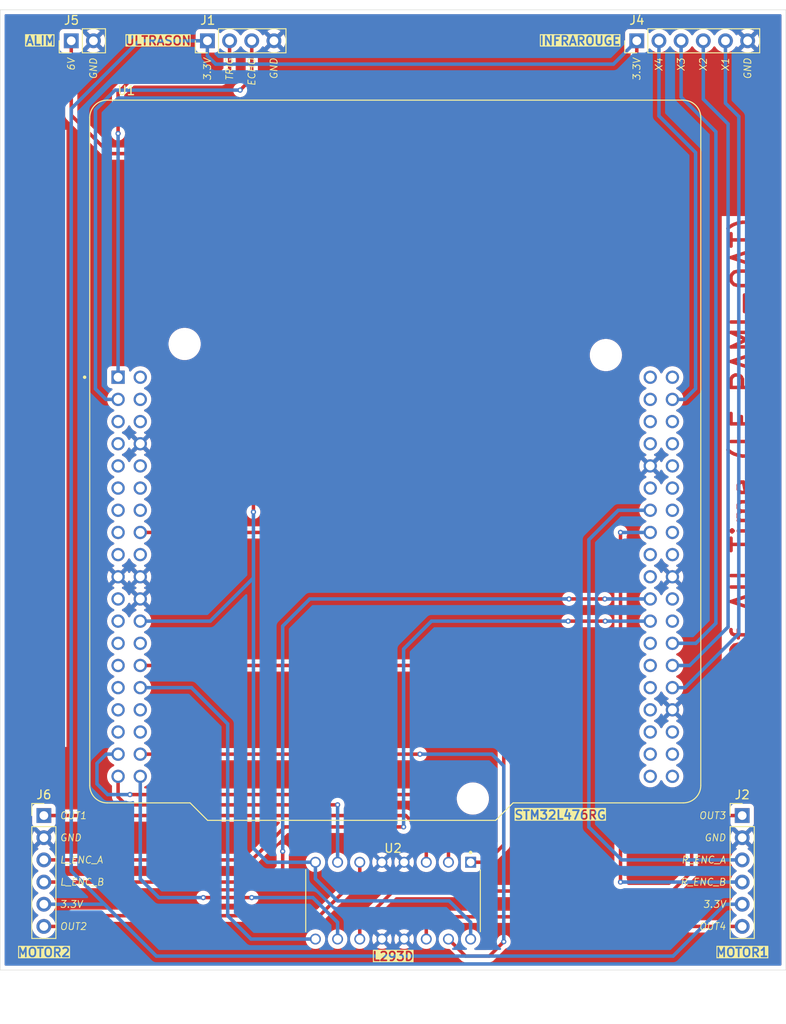
<source format=kicad_pcb>
(kicad_pcb (version 20241229) (generator "pcbnew") (generator_version "9.0")
  (layers (0 "F.Cu" signal) (2 "B.Cu" signal) (13 "F.Paste" user) (15 "B.Paste" user) (5 "F.SilkS" user "F.Silkscreen") (7 "B.SilkS" user "B.Silkscreen") (1 "F.Mask" user) (3 "B.Mask" user) (25 "Edge.Cuts" user))
  (net 0 "")
  (net 1 "/Echo")
  (net 2 "/Trig")
  (net 3 "GND")
  (net 4 "+3V3")
  (net 5 "/right_enc_B")
  (net 6 "/Out4")
  (net 7 "/Out3")
  (net 8 "/right_enc_A")
  (net 9 "/X3")
  (net 10 "/X1")
  (net 11 "/X2")
  (net 12 "/X4")
  (net 13 "+6V")
  (net 14 "/left_enc_A")
  (net 15 "/left_enc_B")
  (net 16 "/Out2")
  (net 17 "/Out1")
  (net 38 "/IN2")
  (net 40 "/IN1")
  (net 55 "/IN4")
  (net 59 "/EN2")
  (net 67 "/EN1")
  (net 70 "/IN3")
  (footprint "Connector_PinHeader_2.54mm:PinHeader_1x06_P2.54mm_Vertical" (layer "F.Cu") (at 131.538735 39.1 90)
    (property "Reference" "J4" (at 2.35 0.01 180) (layer "F.SilkS"))
    (property "Value" "Conn_01x06")
    (fp_line (start -1.38 -1.38) (end 0 -1.38) (stroke (width 0.12)) (layer "F.SilkS"))
    (fp_line (start -1.38 0) (end -1.38 -1.38) (stroke (width 0.12)) (layer "F.SilkS"))
    (fp_line (start 1.38 1.27) (end 1.38 14.08) (stroke (width 0.12)) (layer "F.SilkS"))
    (fp_line (start -1.38 1.27) (end 1.38 1.27) (stroke (width 0.12)) (layer "F.SilkS"))
    (fp_line (start -1.38 1.27) (end -1.38 14.08) (stroke (width 0.12)) (layer "F.SilkS"))
    (fp_line (start -1.38 14.08) (end 1.38 14.08) (stroke (width 0.12)) (layer "F.SilkS"))
    (pad "1" thru_hole rect (at 0 0 90) (size 1.7 1.7) (drill 1) (layers "*.Cu" "*.Mask") (net 4 "+3V3"))
    (pad "2" thru_hole circle (at 0 2.54 90) (size 1.7 1.7) (drill 1) (layers "*.Cu" "*.Mask") (net 12 "/X4"))
    (pad "3" thru_hole circle (at 0 5.08 90) (size 1.7 1.7) (drill 1) (layers "*.Cu" "*.Mask") (net 9 "/X3"))
    (pad "4" thru_hole circle (at 0 7.62 90) (size 1.7 1.7) (drill 1) (layers "*.Cu" "*.Mask") (net 11 "/X2"))
    (pad "5" thru_hole circle (at 0 10.16 90) (size 1.7 1.7) (drill 1) (layers "*.Cu" "*.Mask") (net 10 "/X1"))
    (pad "6" thru_hole circle (at 0 12.7 90) (size 1.7 1.7) (drill 1) (layers "*.Cu" "*.Mask") (net 3 "GND"))
  )
  (footprint "Connector_PinHeader_2.54mm:PinHeader_1x06_P2.54mm_Vertical" (layer "F.Cu") (at 143.61515 127.85)
    (property "Reference" "J2" (at 0 -2.38 0) (layer "F.SilkS"))
    (property "Value" "Conn_01x06")
    (fp_line (start -1.38 -1.38) (end 0 -1.38) (stroke (width 0.12)) (layer "F.SilkS"))
    (fp_line (start -1.38 0) (end -1.38 -1.38) (stroke (width 0.12)) (layer "F.SilkS"))
    (fp_line (start -1.38 1.27) (end -1.38 14.08) (stroke (width 0.12)) (layer "F.SilkS"))
    (fp_line (start -1.38 1.27) (end 1.38 1.27) (stroke (width 0.12)) (layer "F.SilkS"))
    (fp_line (start -1.38 14.08) (end 1.38 14.08) (stroke (width 0.12)) (layer "F.SilkS"))
    (fp_line (start 1.38 1.27) (end 1.38 14.08) (stroke (width 0.12)) (layer "F.SilkS"))
    (pad "1" thru_hole rect (at 0 0) (size 1.7 1.7) (drill 1) (layers "*.Cu" "*.Mask") (net 7 "/Out3"))
    (pad "2" thru_hole circle (at 0 2.54) (size 1.7 1.7) (drill 1) (layers "*.Cu" "*.Mask") (net 3 "GND"))
    (pad "3" thru_hole circle (at 0 5.08) (size 1.7 1.7) (drill 1) (layers "*.Cu" "*.Mask") (net 8 "/right_enc_A"))
    (pad "4" thru_hole circle (at 0 7.62) (size 1.7 1.7) (drill 1) (layers "*.Cu" "*.Mask") (net 5 "/right_enc_B"))
    (pad "5" thru_hole circle (at 0 10.16) (size 1.7 1.7) (drill 1) (layers "*.Cu" "*.Mask") (net 4 "+3V3"))
    (pad "6" thru_hole circle (at 0 12.7) (size 1.7 1.7) (drill 1) (layers "*.Cu" "*.Mask") (net 6 "/Out4"))
  )
  (footprint "Connector_PinHeader_2.54mm:PinHeader_1x02_P2.54mm_Vertical" (layer "F.Cu") (at 66.753391 39.1 90)
    (property "Reference" "J5" (at 2.35 0.025 0) (layer "F.SilkS"))
    (property "Value" "Conn_01x02")
    (fp_line (start -1.38 -1.38) (end 0 -1.38) (stroke (width 0.12)) (layer "F.SilkS"))
    (fp_line (start -1.38 0) (end -1.38 -1.38) (stroke (width 0.12)) (layer "F.SilkS"))
    (fp_line (start 1.38 1.27) (end 1.38 3.92) (stroke (width 0.12)) (layer "F.SilkS"))
    (fp_line (start -1.38 1.27) (end 1.38 1.27) (stroke (width 0.12)) (layer "F.SilkS"))
    (fp_line (start -1.38 1.27) (end -1.38 3.92) (stroke (width 0.12)) (layer "F.SilkS"))
    (fp_line (start -1.38 3.92) (end 1.38 3.92) (stroke (width 0.12)) (layer "F.SilkS"))
    (pad "1" thru_hole rect (at 0 0 90) (size 1.7 1.7) (drill 1) (layers "*.Cu" "*.Mask") (net 13 "+6V"))
    (pad "2" thru_hole circle (at 0 2.54 90) (size 1.7 1.7) (drill 1) (layers "*.Cu" "*.Mask") (net 3 "GND"))
  )
  (footprint "L293D:DIP880W50P254L2000H510Q16" (layer "F.Cu") (at 103.61515 137.6 -90)
    (property "Reference" "U2" (at -6 0 180) (layer "F.SilkS"))
    (property "Value" "L293D")
    (fp_line (start -3.55 10) (end 3.55 10) (stroke (width 0.127)) (layer "F.SilkS"))
    (fp_line (start -3.55 -10) (end 3.55 -10) (stroke (width 0.127)) (layer "F.SilkS"))
    (fp_circle (center -5.525 -8.89) (end -5.425 -8.89) (stroke (width 0.2)) (fill no) (layer "F.SilkS"))
    (pad "1" thru_hole rect (at -4.4 -8.89 270) (size 1.25 1.25) (drill 0.9) (layers "*.Cu" "*.Mask") (net 67 "/EN1"))
    (pad "2" thru_hole circle (at -4.4 -6.35 270) (size 1.25 1.25) (drill 0.9) (layers "*.Cu" "*.Mask") (net 40 "/IN1"))
    (pad "3" thru_hole circle (at -4.4 -3.81 270) (size 1.25 1.25) (drill 0.9) (layers "*.Cu" "*.Mask") (net 17 "/Out1"))
    (pad "4" thru_hole circle (at -4.4 -1.27 270) (size 1.25 1.25) (drill 0.9) (layers "*.Cu" "*.Mask") (net 3 "GND"))
    (pad "5" thru_hole circle (at -4.4 1.27 270) (size 1.25 1.25) (drill 0.9) (layers "*.Cu" "*.Mask") (net 3 "GND"))
    (pad "6" thru_hole circle (at -4.4 3.81 270) (size 1.25 1.25) (drill 0.9) (layers "*.Cu" "*.Mask") (net 16 "/Out2"))
    (pad "7" thru_hole circle (at -4.4 6.35 270) (size 1.25 1.25) (drill 0.9) (layers "*.Cu" "*.Mask") (net 38 "/IN2"))
    (pad "8" thru_hole circle (at -4.4 8.89 270) (size 1.25 1.25) (drill 0.9) (layers "*.Cu" "*.Mask") (net 13 "+6V"))
    (pad "9" thru_hole circle (at 4.4 8.89 270) (size 1.25 1.25) (drill 0.9) (layers "*.Cu" "*.Mask") (net 59 "/EN2"))
    (pad "10" thru_hole circle (at 4.4 6.35 270) (size 1.25 1.25) (drill 0.9) (layers "*.Cu" "*.Mask") (net 70 "/IN3"))
    (pad "11" thru_hole circle (at 4.4 3.81 270) (size 1.25 1.25) (drill 0.9) (layers "*.Cu" "*.Mask") (net 7 "/Out3"))
    (pad "12" thru_hole circle (at 4.4 1.27 270) (size 1.25 1.25) (drill 0.9) (layers "*.Cu" "*.Mask") (net 3 "GND"))
    (pad "13" thru_hole circle (at 4.4 -1.27 270) (size 1.25 1.25) (drill 0.9) (layers "*.Cu" "*.Mask") (net 3 "GND"))
    (pad "14" thru_hole circle (at 4.4 -3.81 270) (size 1.25 1.25) (drill 0.9) (layers "*.Cu" "*.Mask") (net 6 "/Out4"))
    (pad "15" thru_hole circle (at 4.4 -6.35 270) (size 1.25 1.25) (drill 0.9) (layers "*.Cu" "*.Mask") (net 55 "/IN4"))
    (pad "16" thru_hole circle (at 4.4 -8.89 270) (size 1.25 1.25) (drill 0.9) (layers "*.Cu" "*.Mask") (net 13 "+6V"))
  )
  (footprint "Connector_PinHeader_2.54mm:PinHeader_1x06_P2.54mm_Vertical" (layer "F.Cu") (at 63.61515 127.85)
    (property "Reference" "J6" (at 0 -2.38 0) (layer "F.SilkS"))
    (property "Value" "Conn_01x06")
    (fp_line (start -1.38 -1.38) (end 0 -1.38) (stroke (width 0.12)) (layer "F.SilkS"))
    (fp_line (start -1.38 0) (end -1.38 -1.38) (stroke (width 0.12)) (layer "F.SilkS"))
    (fp_line (start -1.38 1.27) (end -1.38 14.08) (stroke (width 0.12)) (layer "F.SilkS"))
    (fp_line (start -1.38 1.27) (end 1.38 1.27) (stroke (width 0.12)) (layer "F.SilkS"))
    (fp_line (start -1.38 14.08) (end 1.38 14.08) (stroke (width 0.12)) (layer "F.SilkS"))
    (fp_line (start 1.38 1.27) (end 1.38 14.08) (stroke (width 0.12)) (layer "F.SilkS"))
    (pad "1" thru_hole rect (at 0 0) (size 1.7 1.7) (drill 1) (layers "*.Cu" "*.Mask") (net 17 "/Out1"))
    (pad "2" thru_hole circle (at 0 2.54) (size 1.7 1.7) (drill 1) (layers "*.Cu" "*.Mask") (net 3 "GND"))
    (pad "3" thru_hole circle (at 0 5.08) (size 1.7 1.7) (drill 1) (layers "*.Cu" "*.Mask") (net 14 "/left_enc_A"))
    (pad "4" thru_hole circle (at 0 7.62) (size 1.7 1.7) (drill 1) (layers "*.Cu" "*.Mask") (net 15 "/left_enc_B"))
    (pad "5" thru_hole circle (at 0 10.16) (size 1.7 1.7) (drill 1) (layers "*.Cu" "*.Mask") (net 4 "+3V3"))
    (pad "6" thru_hole circle (at 0 12.7) (size 1.7 1.7) (drill 1) (layers "*.Cu" "*.Mask") (net 16 "/Out2"))
  )
  (footprint "Connector_PinHeader_2.54mm:PinHeader_1x04_P2.54mm_Vertical" (layer "F.Cu") (at 82.35 39.1 90)
    (property "Reference" "J1" (at 2.35 0.04 180) (layer "F.SilkS"))
    (property "Value" "Conn_01x04")
    (fp_line (start -1.38 -1.38) (end 0 -1.38) (stroke (width 0.12)) (layer "F.SilkS"))
    (fp_line (start -1.38 0) (end -1.38 -1.38) (stroke (width 0.12)) (layer "F.SilkS"))
    (fp_line (start 1.38 1.27) (end 1.38 9) (stroke (width 0.12)) (layer "F.SilkS"))
    (fp_line (start -1.38 1.27) (end 1.38 1.27) (stroke (width 0.12)) (layer "F.SilkS"))
    (fp_line (start -1.38 1.27) (end -1.38 9) (stroke (width 0.12)) (layer "F.SilkS"))
    (fp_line (start -1.38 9) (end 1.38 9) (stroke (width 0.12)) (layer "F.SilkS"))
    (pad "1" thru_hole rect (at 0 0 90) (size 1.7 1.7) (drill 1) (layers "*.Cu" "*.Mask") (net 4 "+3V3"))
    (pad "2" thru_hole circle (at 0 2.54 90) (size 1.7 1.7) (drill 1) (layers "*.Cu" "*.Mask") (net 2 "/Trig"))
    (pad "3" thru_hole circle (at 0 5.08 90) (size 1.7 1.7) (drill 1) (layers "*.Cu" "*.Mask") (net 1 "/Echo"))
    (pad "4" thru_hole circle (at 0 7.62 90) (size 1.7 1.7) (drill 1) (layers "*.Cu" "*.Mask") (net 3 "GND"))
  )
  (footprint "NUCLEO-L476RG:MODULE_NUCLEO-L476RG" (layer "F.Cu") (at 103.87 87.15)
    (property "Reference" "U1" (at -30.7996 -42.339 0) (layer "F.SilkS"))
    (property "Value" "NUCLEO-L476RG")
    (fp_line (start -35 -39.25) (end -35 37.25) (stroke (width 0.127)) (layer "F.SilkS"))
    (fp_line (start -33 -41.25) (end 33 -41.25) (stroke (width 0.127)) (layer "F.SilkS"))
    (fp_line (start -33 39.25) (end -23.5 39.25) (stroke (width 0.127)) (layer "F.SilkS"))
    (fp_line (start -23.5 39.25) (end -21.5 41.25) (stroke (width 0.127)) (layer "F.SilkS"))
    (fp_line (start -21.5 41.25) (end 11.5 41.25) (stroke (width 0.127)) (layer "F.SilkS"))
    (fp_line (start 11.5 41.25) (end 13.5 39.25) (stroke (width 0.127)) (layer "F.SilkS"))
    (fp_line (start 13.5 39.25) (end 33 39.25) (stroke (width 0.127)) (layer "F.SilkS"))
    (fp_line (start 35 37.25) (end 35 -39.25) (stroke (width 0.127)) (layer "F.SilkS"))
    (fp_arc (start -35 -39.25) (mid -34.414214 -40.664214) (end -33 -41.25) (stroke (width 0.127)) (layer "F.SilkS"))
    (fp_arc (start -33 39.25) (mid -34.414214 38.664214) (end -35 37.25) (stroke (width 0.127)) (layer "F.SilkS"))
    (fp_arc (start 33 -41.25) (mid 34.414214 -40.664214) (end 35 -39.25) (stroke (width 0.127)) (layer "F.SilkS"))
    (fp_arc (start 35 37.25) (mid 34.414214 38.664214) (end 33 39.25) (stroke (width 0.127)) (layer "F.SilkS"))
    (fp_circle (center -35.5847 -9.51) (end -35.4847 -9.51) (stroke (width 0.2)) (fill no) (layer "F.SilkS"))
    (pad "" np_thru_hole circle (at -24.13 -13.32) (size 3.2 3.2) (drill 3.2) (layers "*.Cu" "*.Mask"))
    (pad "" np_thru_hole circle (at 8.89 38.75) (size 3.2 3.2) (drill 3.2) (layers "*.Cu" "*.Mask"))
    (pad "" np_thru_hole circle (at 24.13 -12.05) (size 3.2 3.2) (drill 3.2) (layers "*.Cu" "*.Mask"))
    (pad "CN7_1" thru_hole rect (at -31.75 -9.51) (size 1.524 1.524) (drill 1.016) (layers "*.Cu" "*.Mask") (net 2 "/Trig"))
    (pad "CN7_2" thru_hole circle (at -29.21 -9.51) (size 1.524 1.524) (drill 1.016) (layers "*.Cu" "*.Mask"))
    (pad "CN7_3" thru_hole circle (at -31.75 -6.97) (size 1.524 1.524) (drill 1.016) (layers "*.Cu" "*.Mask") (net 1 "/Echo"))
    (pad "CN7_4" thru_hole circle (at -29.21 -6.97) (size 1.524 1.524) (drill 1.016) (layers "*.Cu" "*.Mask"))
    (pad "CN7_5" thru_hole circle (at -31.75 -4.43) (size 1.524 1.524) (drill 1.016) (layers "*.Cu" "*.Mask"))
    (pad "CN7_6" thru_hole circle (at -29.21 -4.43) (size 1.524 1.524) (drill 1.016) (layers "*.Cu" "*.Mask"))
    (pad "CN7_7" thru_hole circle (at -31.75 -1.89) (size 1.524 1.524) (drill 1.016) (layers "*.Cu" "*.Mask"))
    (pad "CN7_8" thru_hole circle (at -29.21 -1.89) (size 1.524 1.524) (drill 1.016) (layers "*.Cu" "*.Mask") (net 3 "GND"))
    (pad "CN7_9" thru_hole circle (at -31.75 0.65) (size 1.524 1.524) (drill 1.016) (layers "*.Cu" "*.Mask"))
    (pad "CN7_10" thru_hole circle (at -29.21 0.65) (size 1.524 1.524) (drill 1.016) (layers "*.Cu" "*.Mask"))
    (pad "CN7_11" thru_hole circle (at -31.75 3.19) (size 1.524 1.524) (drill 1.016) (layers "*.Cu" "*.Mask"))
    (pad "CN7_12" thru_hole circle (at -29.21 3.19) (size 1.524 1.524) (drill 1.016) (layers "*.Cu" "*.Mask"))
    (pad "CN7_13" thru_hole circle (at -31.75 5.73) (size 1.524 1.524) (drill 1.016) (layers "*.Cu" "*.Mask"))
    (pad "CN7_14" thru_hole circle (at -29.21 5.73) (size 1.524 1.524) (drill 1.016) (layers "*.Cu" "*.Mask"))
    (pad "CN7_15" thru_hole circle (at -31.75 8.27) (size 1.524 1.524) (drill 1.016) (layers "*.Cu" "*.Mask"))
    (pad "CN7_16" thru_hole circle (at -29.21 8.27) (size 1.524 1.524) (drill 1.016) (layers "*.Cu" "*.Mask") (net 4 "+3V3"))
    (pad "CN7_17" thru_hole circle (at -31.75 10.81) (size 1.524 1.524) (drill 1.016) (layers "*.Cu" "*.Mask"))
    (pad "CN7_18" thru_hole circle (at -29.21 10.81) (size 1.524 1.524) (drill 1.016) (layers "*.Cu" "*.Mask"))
    (pad "CN7_19" thru_hole circle (at -31.75 13.35) (size 1.524 1.524) (drill 1.016) (layers "*.Cu" "*.Mask") (net 3 "GND"))
    (pad "CN7_20" thru_hole circle (at -29.21 13.35) (size 1.524 1.524) (drill 1.016) (layers "*.Cu" "*.Mask") (net 3 "GND"))
    (pad "CN7_21" thru_hole circle (at -31.75 15.89) (size 1.524 1.524) (drill 1.016) (layers "*.Cu" "*.Mask"))
    (pad "CN7_22" thru_hole circle (at -29.21 15.89) (size 1.524 1.524) (drill 1.016) (layers "*.Cu" "*.Mask") (net 3 "GND"))
    (pad "CN7_23" thru_hole circle (at -31.75 18.43) (size 1.524 1.524) (drill 1.016) (layers "*.Cu" "*.Mask"))
    (pad "CN7_24" thru_hole circle (at -29.21 18.43) (size 1.524 1.524) (drill 1.016) (layers "*.Cu" "*.Mask") (net 13 "+6V"))
    (pad "CN7_25" thru_hole circle (at -31.75 20.97) (size 1.524 1.524) (drill 1.016) (layers "*.Cu" "*.Mask"))
    (pad "CN7_26" thru_hole circle (at -29.21 20.97) (size 1.524 1.524) (drill 1.016) (layers "*.Cu" "*.Mask"))
    (pad "CN7_27" thru_hole circle (at -31.75 23.51) (size 1.524 1.524) (drill 1.016) (layers "*.Cu" "*.Mask"))
    (pad "CN7_28" thru_hole circle (at -29.21 23.51) (size 1.524 1.524) (drill 1.016) (layers "*.Cu" "*.Mask") (net 67 "/EN1"))
    (pad "CN7_29" thru_hole circle (at -31.75 26.05) (size 1.524 1.524) (drill 1.016) (layers "*.Cu" "*.Mask"))
    (pad "CN7_30" thru_hole circle (at -29.21 26.05) (size 1.524 1.524) (drill 1.016) (layers "*.Cu" "*.Mask") (net 59 "/EN2"))
    (pad "CN7_31" thru_hole circle (at -31.75 28.59) (size 1.524 1.524) (drill 1.016) (layers "*.Cu" "*.Mask"))
    (pad "CN7_32" thru_hole circle (at -29.21 28.59) (size 1.524 1.524) (drill 1.016) (layers "*.Cu" "*.Mask"))
    (pad "CN7_33" thru_hole circle (at -31.75 31.13) (size 1.524 1.524) (drill 1.016) (layers "*.Cu" "*.Mask"))
    (pad "CN7_34" thru_hole circle (at -29.21 31.13) (size 1.524 1.524) (drill 1.016) (layers "*.Cu" "*.Mask"))
    (pad "CN7_35" thru_hole circle (at -31.75 33.67) (size 1.524 1.524) (drill 1.016) (layers "*.Cu" "*.Mask") (net 40 "/IN1"))
    (pad "CN7_36" thru_hole circle (at -29.21 33.67) (size 1.524 1.524) (drill 1.016) (layers "*.Cu" "*.Mask") (net 55 "/IN4"))
    (pad "CN7_37" thru_hole circle (at -31.75 36.21) (size 1.524 1.524) (drill 1.016) (layers "*.Cu" "*.Mask") (net 38 "/IN2"))
    (pad "CN7_38" thru_hole circle (at -29.21 36.21) (size 1.524 1.524) (drill 1.016) (layers "*.Cu" "*.Mask") (net 70 "/IN3"))
    (pad "CN10_1" thru_hole circle (at 29.21 -9.51) (size 1.524 1.524) (drill 1.016) (layers "*.Cu" "*.Mask"))
    (pad "CN10_2" thru_hole circle (at 31.75 -9.51) (size 1.524 1.524) (drill 1.016) (layers "*.Cu" "*.Mask"))
    (pad "CN10_3" thru_hole circle (at 29.21 -6.97) (size 1.524 1.524) (drill 1.016) (layers "*.Cu" "*.Mask"))
    (pad "CN10_4" thru_hole circle (at 31.75 -6.97) (size 1.524 1.524) (drill 1.016) (layers "*.Cu" "*.Mask") (net 12 "/X4"))
    (pad "CN10_5" thru_hole circle (at 29.21 -4.43) (size 1.524 1.524) (drill 1.016) (layers "*.Cu" "*.Mask"))
    (pad "CN10_6" thru_hole circle (at 31.75 -4.43) (size 1.524 1.524) (drill 1.016) (layers "*.Cu" "*.Mask"))
    (pad "CN10_7" thru_hole circle (at 29.21 -1.89) (size 1.524 1.524) (drill 1.016) (layers "*.Cu" "*.Mask"))
    (pad "CN10_8" thru_hole circle (at 31.75 -1.89) (size 1.524 1.524) (drill 1.016) (layers "*.Cu" "*.Mask"))
    (pad "CN10_9" thru_hole circle (at 29.21 0.65) (size 1.524 1.524) (drill 1.016) (layers "*.Cu" "*.Mask") (net 3 "GND"))
    (pad "CN10_10" thru_hole circle (at 31.75 0.65) (size 1.524 1.524) (drill 1.016) (layers "*.Cu" "*.Mask"))
    (pad "CN10_11" thru_hole circle (at 29.21 3.19) (size 1.524 1.524) (drill 1.016) (layers "*.Cu" "*.Mask"))
    (pad "CN10_12" thru_hole circle (at 31.75 3.19) (size 1.524 1.524) (drill 1.016) (layers "*.Cu" "*.Mask"))
    (pad "CN10_13" thru_hole circle (at 29.21 5.73) (size 1.524 1.524) (drill 1.016) (layers "*.Cu" "*.Mask") (net 8 "/right_enc_A"))
    (pad "CN10_14" thru_hole circle (at 31.75 5.73) (size 1.524 1.524) (drill 1.016) (layers "*.Cu" "*.Mask"))
    (pad "CN10_15" thru_hole circle (at 29.21 8.27) (size 1.524 1.524) (drill 1.016) (layers "*.Cu" "*.Mask") (net 5 "/right_enc_B"))
    (pad "CN10_16" thru_hole circle (at 31.75 8.27) (size 1.524 1.524) (drill 1.016) (layers "*.Cu" "*.Mask"))
    (pad "CN10_17" thru_hole circle (at 29.21 10.81) (size 1.524 1.524) (drill 1.016) (layers "*.Cu" "*.Mask"))
    (pad "CN10_18" thru_hole circle (at 31.75 10.81) (size 1.524 1.524) (drill 1.016) (layers "*.Cu" "*.Mask"))
    (pad "CN10_19" thru_hole circle (at 29.21 13.35) (size 1.524 1.524) (drill 1.016) (layers "*.Cu" "*.Mask"))
    (pad "CN10_20" thru_hole circle (at 31.75 13.35) (size 1.524 1.524) (drill 1.016) (layers "*.Cu" "*.Mask") (net 3 "GND"))
    (pad "CN10_21" thru_hole circle (at 29.21 15.89) (size 1.524 1.524) (drill 1.016) (layers "*.Cu" "*.Mask") (net 15 "/left_enc_B"))
    (pad "CN10_22" thru_hole circle (at 31.75 15.89) (size 1.524 1.524) (drill 1.016) (layers "*.Cu" "*.Mask"))
    (pad "CN10_23" thru_hole circle (at 29.21 18.43) (size 1.524 1.524) (drill 1.016) (layers "*.Cu" "*.Mask") (net 14 "/left_enc_A"))
    (pad "CN10_24" thru_hole circle (at 31.75 18.43) (size 1.524 1.524) (drill 1.016) (layers "*.Cu" "*.Mask"))
    (pad "CN10_25" thru_hole circle (at 29.21 20.97) (size 1.524 1.524) (drill 1.016) (layers "*.Cu" "*.Mask"))
    (pad "CN10_26" thru_hole circle (at 31.75 20.97) (size 1.524 1.524) (drill 1.016) (layers "*.Cu" "*.Mask") (net 9 "/X3"))
    (pad "CN10_27" thru_hole circle (at 29.21 23.51) (size 1.524 1.524) (drill 1.016) (layers "*.Cu" "*.Mask"))
    (pad "CN10_28" thru_hole circle (at 31.75 23.51) (size 1.524 1.524) (drill 1.016) (layers "*.Cu" "*.Mask") (net 11 "/X2"))
    (pad "CN10_29" thru_hole circle (at 29.21 26.05) (size 1.524 1.524) (drill 1.016) (layers "*.Cu" "*.Mask"))
    (pad "CN10_30" thru_hole circle (at 31.75 26.05) (size 1.524 1.524) (drill 1.016) (layers "*.Cu" "*.Mask") (net 10 "/X1"))
    (pad "CN10_31" thru_hole circle (at 29.21 28.59) (size 1.524 1.524) (drill 1.016) (layers "*.Cu" "*.Mask"))
    (pad "CN10_32" thru_hole circle (at 31.75 28.59) (size 1.524 1.524) (drill 1.016) (layers "*.Cu" "*.Mask") (net 3 "GND"))
    (pad "CN10_33" thru_hole circle (at 29.21 31.13) (size 1.524 1.524) (drill 1.016) (layers "*.Cu" "*.Mask"))
    (pad "CN10_34" thru_hole circle (at 31.75 31.13) (size 1.524 1.524) (drill 1.016) (layers "*.Cu" "*.Mask"))
    (pad "CN10_35" thru_hole circle (at 29.21 33.67) (size 1.524 1.524) (drill 1.016) (layers "*.Cu" "*.Mask"))
    (pad "CN10_36" thru_hole circle (at 31.75 33.67) (size 1.524 1.524) (drill 1.016) (layers "*.Cu" "*.Mask"))
    (pad "CN10_37" thru_hole circle (at 29.21 36.21) (size 1.524 1.524) (drill 1.016) (layers "*.Cu" "*.Mask"))
    (pad "CN10_38" thru_hole circle (at 31.75 36.21) (size 1.524 1.524) (drill 1.016) (layers "*.Cu" "*.Mask"))
  )
  (gr_rect (start 58.61515 35.55) (end 148.61515 145.55) (stroke (width 0.05)) (fill no) (layer "Edge.Cuts"))
  (gr_text "Of All Time (LE PAMI-OAT)" (at 143.697725 84.824999 90) (layer "F.Cu") (effects (font (size 2.5 2.5) (thickness 0.4))))
  (gr_text "Petit Automate Motorisé Indépendant" (at 63.532575 84.825 90) (layer "F.Cu") (effects (font (size 2.5 2.5) (thickness 0.4))))
  (gr_text "INFRAROUGE" (at 129.778735 39.1 0) (layer "F.SilkS" knockout) (effects (font (size 1 1) (thickness 0.2) (bold yes)) (justify right)))
  (gr_text "STM32L476RG" (at 122.775 127.2 0) (layer "F.SilkS" knockout) (effects (font (size 1 1) (thickness 0.2) (bold yes)) (justify top)))
  (gr_text "X2" (at 139.158735 41 90) (layer "F.SilkS") (effects (font (size 0.8 0.8) (thickness 0.1) (italic yes)) (justify right)))
  (gr_text "OUT3" (at 141.8 127.85 0) (layer "F.SilkS") (effects (font (size 0.8 0.8) (thickness 0.1) (italic yes)) (justify right)))
  (gr_text "3.3V" (at 131.538735 41 90) (layer "F.SilkS") (effects (font (size 0.8 0.8) (thickness 0.1) (italic yes)) (justify right)))
  (gr_text "3.3V" (at 65.4 138.01 0) (layer "F.SilkS") (effects (font (size 0.8 0.8) (thickness 0.1) (italic yes)) (justify left)))
  (gr_text "GND" (at 69.293391 41 90) (layer "F.SilkS") (effects (font (size 0.8 0.8) (thickness 0.1) (italic yes)) (justify right)))
  (gr_text "R_ENC_A" (at 141.8 132.93 0) (layer "F.SilkS") (effects (font (size 0.8 0.8) (thickness 0.1) (italic yes)) (justify right)))
  (gr_text "MOTOR1" (at 143.61515 142.95 0) (layer "F.SilkS" knockout) (effects (font (size 1 1) (thickness 0.2) (bold yes)) (justify top)))
  (gr_text "3.3V" (at 141.8 138.01 0) (layer "F.SilkS") (effects (font (size 0.8 0.8) (thickness 0.1) (italic yes)) (justify right)))
  (gr_text "R_ENC_B" (at 141.8 135.47 0) (layer "F.SilkS") (effects (font (size 0.8 0.8) (thickness 0.1) (italic yes)) (justify right)))
  (gr_text "L_ENC_A" (at 65.4 132.93 0) (layer "F.SilkS") (effects (font (size 0.8 0.8) (thickness 0.1) (italic yes)) (justify left)))
  (gr_text "ULTRASON" (at 80.59 39.1 0) (layer "F.SilkS" knockout) (effects (font (size 1 1) (thickness 0.2) (bold yes)) (justify right)))
  (gr_text "X3" (at 136.618735 41 90) (layer "F.SilkS") (effects (font (size 0.8 0.8) (thickness 0.1) (italic yes)) (justify right)))
  (gr_text "GND" (at 144.238735 41 90) (layer "F.SilkS") (effects (font (size 0.8 0.8) (thickness 0.1) (italic yes)) (justify right)))
  (gr_text "ECHO" (at 87.43 41 90) (layer "F.SilkS") (effects (font (size 0.8 0.8) (thickness 0.1) (italic yes)) (justify right)))
  (gr_text "MOTOR2" (at 63.61515 142.95 0) (layer "F.SilkS" knockout) (effects (font (size 1 1) (thickness 0.2) (bold yes)) (justify top)))
  (gr_text "GND" (at 141.8 130.39 0) (layer "F.SilkS") (effects (font (size 0.8 0.8) (thickness 0.1) (italic yes)) (justify right)))
  (gr_text "TRIG" (at 84.89 41 90) (layer "F.SilkS") (effects (font (size 0.8 0.8) (thickness 0.1) (italic yes)) (justify right)))
  (gr_text "X1" (at 141.698735 41 90) (layer "F.SilkS") (effects (font (size 0.8 0.8) (thickness 0.1) (italic yes)) (justify right)))
  (gr_text "X4" (at 134.078735 41 90) (layer "F.SilkS") (effects (font (size 0.8 0.8) (thickness 0.1) (italic yes)) (justify right)))
  (gr_text "6V" (at 66.753391 41 90) (layer "F.SilkS") (effects (font (size 0.8 0.8) (thickness 0.1) (italic yes)) (justify right)))
  (gr_text "L293D" (at 103.61515 143.4 0) (layer "F.SilkS" knockout) (effects (font (size 1 1) (thickness 0.2) (bold yes)) (justify top)))
  (gr_text "OUT1" (at 65.4 127.85 0) (layer "F.SilkS") (effects (font (size 0.8 0.8) (thickness 0.1) (italic yes)) (justify left)))
  (gr_text "GND" (at 89.97 41 90) (layer "F.SilkS") (effects (font (size 0.8 0.8) (thickness 0.1) (italic yes)) (justify right)))
  (gr_text "OUT4" (at 141.8 140.55 0) (layer "F.SilkS") (effects (font (size 0.8 0.8) (thickness 0.1) (italic yes)) (justify right)))
  (gr_text "ALIM" (at 64.993391 39.1 0) (layer "F.SilkS" knockout) (effects (font (size 1 1) (thickness 0.2) (bold yes)) (justify right)))
  (gr_text "L_ENC_B" (at 65.4 135.47 0) (layer "F.SilkS") (effects (font (size 0.8 0.8) (thickness 0.1) (italic yes)) (justify left)))
  (gr_text "3.3V" (at 82.35 41 90) (layer "F.SilkS") (effects (font (size 0.8 0.8) (thickness 0.1) (italic yes)) (justify right)))
  (gr_text "OUT2" (at 65.4 140.55 0) (layer "F.SilkS") (effects (font (size 0.8 0.8) (thickness 0.1) (italic yes)) (justify left)))
  (gr_text "GND" (at 65.4 130.39 0) (layer "F.SilkS") (effects (font (size 0.8 0.8) (thickness 0.1) (italic yes)) (justify left)))
  (segment (start 87.43 43.42) (end 86.1 44.75) (width 0.4) (layer "F.Cu") (net 1))
  (segment (start 87.43 39.1) (end 87.43 43.42) (width 0.4) (layer "F.Cu") (net 1))
  (via (at 86.1 44.75) (size 0.6) (drill 0.3) (layers "F.Cu" "B.Cu") (net 1))
  (segment (start 70.73 80.18) (end 72.12 80.18) (width 0.4) (layer "B.Cu") (net 1))
  (segment (start 86.1 44.75) (end 71.775 44.75) (width 0.4) (layer "B.Cu") (net 1))
  (segment (start 69.525 47) (end 69.525 78.975) (width 0.4) (layer "B.Cu") (net 1))
  (segment (start 69.525 78.975) (end 70.73 80.18) (width 0.4) (layer "B.Cu") (net 1))
  (segment (start 71.775 44.75) (end 69.525 47) (width 0.4) (layer "B.Cu") (net 1))
  (segment (start 72.12 45.03) (end 72.12 49.725) (width 0.4) (layer "F.Cu") (net 2))
  (segment (start 73.625 43.525) (end 72.12 45.03) (width 0.4) (layer "F.Cu") (net 2))
  (segment (start 83.925 43.525) (end 73.625 43.525) (width 0.4) (layer "F.Cu") (net 2))
  (segment (start 84.89 42.56) (end 83.925 43.525) (width 0.4) (layer "F.Cu") (net 2))
  (segment (start 84.89 39.1) (end 84.89 42.56) (width 0.4) (layer "F.Cu") (net 2))
  (via (at 72.12 49.725) (size 0.6) (drill 0.3) (layers "F.Cu" "B.Cu") (net 2))
  (segment (start 72.12 77.64) (end 72.12 49.725) (width 0.4) (layer "B.Cu") (net 2))
  (segment (start 74.66 95.42) (end 121.58 95.42) (width 0.4) (layer "F.Cu") (net 4))
  (segment (start 124.525 92.475) (end 124.525 47.75) (width 0.4) (layer "F.Cu") (net 4))
  (segment (start 131.538735 44.186265) (end 131.538735 39.1) (width 0.4) (layer "F.Cu") (net 4))
  (segment (start 130.025 45.7) (end 131.538735 44.186265) (width 0.4) (layer "F.Cu") (net 4))
  (segment (start 124.525 47.75) (end 126.575 45.7) (width 0.4) (layer "F.Cu") (net 4))
  (segment (start 126.575 45.7) (end 130.025 45.7) (width 0.4) (layer "F.Cu") (net 4))
  (segment (start 121.58 95.42) (end 124.525 92.475) (width 0.4) (layer "F.Cu") (net 4))
  (segment (start 70.56 138.01) (end 66.75 134.2) (width 0.4) (layer "B.Cu") (net 4))
  (segment (start 76.5 143.95) (end 135.7 143.95) (width 0.4) (layer "B.Cu") (net 4))
  (segment (start 70.56 138.01) (end 76.5 143.95) (width 0.4) (layer "B.Cu") (net 4))
  (segment (start 74.525 39.1) (end 82.35 39.1) (width 0.4) (layer "B.Cu") (net 4))
  (segment (start 128.863735 41.775) (end 131.538735 39.1) (width 0.4) (layer "B.Cu") (net 4))
  (segment (start 135.7 143.95) (end 141.64 138.01) (width 0.4) (layer "B.Cu") (net 4))
  (segment (start 82.35 39.1) (end 82.35 40.825) (width 0.4) (layer "B.Cu") (net 4))
  (segment (start 82.35 40.825) (end 83.3 41.775) (width 0.4) (layer "B.Cu") (net 4))
  (segment (start 66.75 134.2) (end 66.75 46.875) (width 0.4) (layer "B.Cu") (net 4))
  (segment (start 66.75 46.875) (end 74.525 39.1) (width 0.4) (layer "B.Cu") (net 4))
  (segment (start 63.61515 138.01) (end 70.56 138.01) (width 0.4) (layer "B.Cu") (net 4))
  (segment (start 83.3 41.775) (end 128.863735 41.775) (width 0.4) (layer "B.Cu") (net 4))
  (segment (start 141.64 138.01) (end 143.61515 138.01) (width 0.4) (layer "B.Cu") (net 4))
  (segment (start 129.675 135.47) (end 129.675 95.42) (width 0.4) (layer "F.Cu") (net 5))
  (via (at 129.675 95.42) (size 0.6) (drill 0.3) (layers "F.Cu" "B.Cu") (net 5))
  (via (at 129.675 135.47) (size 0.6) (drill 0.3) (layers "F.Cu" "B.Cu") (net 5))
  (segment (start 129.675 95.42) (end 133.08 95.42) (width 0.4) (layer "B.Cu") (net 5))
  (segment (start 129.675 135.47) (end 143.61515 135.47) (width 0.4) (layer "B.Cu") (net 5))
  (segment (start 143.61515 140.55) (end 137.675 140.55) (width 0.4) (layer "F.Cu") (net 6))
  (segment (start 136.575 139.45) (end 108.475 139.45) (width 0.4) (layer "F.Cu") (net 6))
  (segment (start 108.475 139.45) (end 107.42515 140.49985) (width 0.4) (layer "F.Cu") (net 6))
  (segment (start 107.42515 140.49985) (end 107.42515 142) (width 0.4) (layer "F.Cu") (net 6))
  (segment (start 137.675 140.55) (end 136.575 139.45) (width 0.4) (layer "F.Cu") (net 6))
  (segment (start 99.80515 140.34485) (end 99.80515 142) (width 0.4) (layer "F.Cu") (net 7))
  (segment (start 143.61515 127.85) (end 139.325 127.85) (width 0.4) (layer "F.Cu") (net 7))
  (segment (start 139.325 127.85) (end 137.825 129.35) (width 0.4) (layer "F.Cu") (net 7))
  (segment (start 137.825 129.35) (end 137.825 134.275) (width 0.4) (layer "F.Cu") (net 7))
  (segment (start 103.65 136.5) (end 99.80515 140.34485) (width 0.4) (layer "F.Cu") (net 7))
  (segment (start 137.825 134.275) (end 135.6 136.5) (width 0.4) (layer "F.Cu") (net 7))
  (segment (start 135.6 136.5) (end 103.65 136.5) (width 0.4) (layer "F.Cu") (net 7))
  (segment (start 129.805 132.93) (end 126.05 129.175) (width 0.4) (layer "B.Cu") (net 8))
  (segment (start 143.61515 132.93) (end 129.805 132.93) (width 0.4) (layer "B.Cu") (net 8))
  (segment (start 126.05 129.175) (end 126.05 96.25) (width 0.4) (layer "B.Cu") (net 8))
  (segment (start 126.05 96.25) (end 129.42 92.88) (width 0.4) (layer "B.Cu") (net 8))
  (segment (start 129.42 92.88) (end 133.08 92.88) (width 0.4) (layer "B.Cu") (net 8))
  (segment (start 136.618735 39.1) (end 136.618735 45.543735) (width 0.4) (layer "B.Cu") (net 9))
  (segment (start 140.6 105.825) (end 138.305 108.12) (width 0.4) (layer "B.Cu") (net 9))
  (segment (start 138.305 108.12) (end 135.62 108.12) (width 0.4) (layer "B.Cu") (net 9))
  (segment (start 140.6 49.525) (end 140.6 105.825) (width 0.4) (layer "B.Cu") (net 9))
  (segment (start 136.618735 45.543735) (end 140.6 49.525) (width 0.4) (layer "B.Cu") (net 9))
  (segment (start 143.225 107.025) (end 137.05 113.2) (width 0.4) (layer "B.Cu") (net 10))
  (segment (start 141.698735 46.248735) (end 143.225 47.775) (width 0.4) (layer "B.Cu") (net 10))
  (segment (start 137.05 113.2) (end 135.62 113.2) (width 0.4) (layer "B.Cu") (net 10))
  (segment (start 141.698735 39.1) (end 141.698735 46.248735) (width 0.4) (layer "B.Cu") (net 10))
  (segment (start 143.225 47.775) (end 143.225 107.025) (width 0.4) (layer "B.Cu") (net 10))
  (segment (start 139.158735 45.783735) (end 142 48.625) (width 0.4) (layer "B.Cu") (net 11))
  (segment (start 142 48.625) (end 142 106.25) (width 0.4) (layer "B.Cu") (net 11))
  (segment (start 139.158735 39.1) (end 139.158735 45.783735) (width 0.4) (layer "B.Cu") (net 11))
  (segment (start 142 106.25) (end 137.59 110.66) (width 0.4) (layer "B.Cu") (net 11))
  (segment (start 137.59 110.66) (end 135.62 110.66) (width 0.4) (layer "B.Cu") (net 11))
  (segment (start 134.078735 47.703735) (end 138.275 51.9) (width 0.4) (layer "B.Cu") (net 12))
  (segment (start 137.045 80.18) (end 135.62 80.18) (width 0.4) (layer "B.Cu") (net 12))
  (segment (start 138.275 51.9) (end 138.275 78.95) (width 0.4) (layer "B.Cu") (net 12))
  (segment (start 138.275 78.95) (end 137.045 80.18) (width 0.4) (layer "B.Cu") (net 12))
  (segment (start 134.078735 39.1) (end 134.078735 47.703735) (width 0.4) (layer "B.Cu") (net 12))
  (segment (start 87.625 93.075) (end 87.625 54.875) (width 0.4) (layer "F.Cu") (net 13))
  (segment (start 71.15 52.025) (end 66.753391 47.628391) (width 0.4) (layer "F.Cu") (net 13))
  (segment (start 87.625 54.875) (end 84.775 52.025) (width 0.4) (layer "F.Cu") (net 13))
  (segment (start 66.753391 47.628391) (end 66.753391 39.1) (width 0.4) (layer "F.Cu") (net 13))
  (segment (start 84.775 52.025) (end 71.15 52.025) (width 0.4) (layer "F.Cu") (net 13))
  (via (at 87.625 93.075) (size 0.6) (drill 0.3) (layers "F.Cu" "B.Cu") (net 13))
  (segment (start 94.72515 133.2) (end 94.72515 135.10015) (width 0.4) (layer "B.Cu") (net 13))
  (segment (start 94.72515 135.10015) (end 97.25 137.625) (width 0.4) (layer "B.Cu") (net 13))
  (segment (start 87.625 100.625) (end 87.625 93.075) (width 0.4) (layer "B.Cu") (net 13))
  (segment (start 74.66 105.58) (end 82.67 105.58) (width 0.4) (layer "B.Cu") (net 13))
  (segment (start 112.50515 140.08015) (end 112.50515 142) (width 0.4) (layer "B.Cu") (net 13))
  (segment (start 87.625 131.6) (end 89.225 133.2) (width 0.4) (layer "B.Cu") (net 13))
  (segment (start 110.05 137.625) (end 112.50515 140.08015) (width 0.4) (layer "B.Cu") (net 13))
  (segment (start 82.67 105.58) (end 87.625 100.625) (width 0.4) (layer "B.Cu") (net 13))
  (segment (start 97.25 137.625) (end 110.05 137.625) (width 0.4) (layer "B.Cu") (net 13))
  (segment (start 89.225 133.2) (end 94.72515 133.2) (width 0.4) (layer "B.Cu") (net 13))
  (segment (start 87.625 100.625) (end 87.625 131.6) (width 0.4) (layer "B.Cu") (net 13))
  (segment (start 104.825 129.15) (end 91.225 129.15) (width 0.4) (layer "F.Cu") (net 14))
  (segment (start 91.225 129.15) (end 87.445 132.93) (width 0.4) (layer "F.Cu") (net 14))
  (segment (start 87.445 132.93) (end 63.61515 132.93) (width 0.4) (layer "F.Cu") (net 14))
  (segment (start 123.675 105.58) (end 127.925 105.58) (width 0.4) (layer "F.Cu") (net 14))
  (via (at 123.675 105.58) (size 0.6) (drill 0.3) (layers "F.Cu" "B.Cu") (net 14))
  (via (at 104.825 129.15) (size 0.6) (drill 0.3) (layers "F.Cu" "B.Cu") (net 14))
  (via (at 127.925 105.58) (size 0.6) (drill 0.3) (layers "F.Cu" "B.Cu") (net 14))
  (segment (start 108.02 105.58) (end 104.825 108.775) (width 0.4) (layer "B.Cu") (net 14))
  (segment (start 104.825 108.775) (end 104.825 129.15) (width 0.4) (layer "B.Cu") (net 14))
  (segment (start 127.925 105.58) (end 133.08 105.58) (width 0.4) (layer "B.Cu") (net 14))
  (segment (start 123.675 105.58) (end 108.02 105.58) (width 0.4) (layer "B.Cu") (net 14))
  (segment (start 63.61515 135.47) (end 89.455 135.47) (width 0.4) (layer "F.Cu") (net 15))
  (segment (start 90.975 133.95) (end 90.975 131.95) (width 0.4) (layer "F.Cu") (net 15))
  (segment (start 90.225 134.7) (end 90.975 133.95) (width 0.4) (layer "F.Cu") (net 15))
  (segment (start 123.775 103.04) (end 127.875 103.04) (width 0.4) (layer "F.Cu") (net 15))
  (segment (start 89.455 135.47) (end 90.225 134.7) (width 0.4) (layer "F.Cu") (net 15))
  (via (at 123.775 103.04) (size 0.6) (drill 0.3) (layers "F.Cu" "B.Cu") (net 15))
  (via (at 90.975 131.95) (size 0.6) (drill 0.3) (layers "F.Cu" "B.Cu") (net 15))
  (via (at 127.875 103.04) (size 0.6) (drill 0.3) (layers "F.Cu" "B.Cu") (net 15))
  (segment (start 90.975 106.15) (end 90.975 131.95) (width 0.4) (layer "B.Cu") (net 15))
  (segment (start 94.085 103.04) (end 90.975 106.15) (width 0.4) (layer "B.Cu") (net 15))
  (segment (start 123.775 103.04) (end 94.085 103.04) (width 0.4) (layer "B.Cu") (net 15))
  (segment (start 127.875 103.04) (end 133.08 103.04) (width 0.4) (layer "B.Cu") (net 15))
  (segment (start 95.2 139.325) (end 99.80515 134.71985) (width 0.4) (layer "F.Cu") (net 16))
  (segment (start 99.80515 134.71985) (end 99.80515 133.2) (width 0.4) (layer "F.Cu") (net 16))
  (segment (start 63.61515 140.55) (end 65.625 140.55) (width 0.4) (layer "F.Cu") (net 16))
  (segment (start 65.625 140.55) (end 66.85 139.325) (width 0.4) (layer "F.Cu") (net 16))
  (segment (start 66.85 139.325) (end 95.2 139.325) (width 0.4) (layer "F.Cu") (net 16))
  (segment (start 63.61515 127.85) (end 105.075 127.85) (width 0.4) (layer "F.Cu") (net 17))
  (segment (start 107.42515 130.20015) (end 107.42515 133.2) (width 0.4) (layer "F.Cu") (net 17))
  (segment (start 105.075 127.85) (end 107.42515 130.20015) (width 0.4) (layer "F.Cu") (net 17))
  (segment (start 73.025 126.625) (end 72.12 125.72) (width 0.4) (layer "F.Cu") (net 38))
  (segment (start 97.26515 126.625) (end 73.025 126.625) (width 0.4) (layer "F.Cu") (net 38))
  (segment (start 72.12 125.72) (end 72.12 123.36) (width 0.4) (layer "F.Cu") (net 38))
  (via (at 97.26515 126.625) (size 0.6) (drill 0.3) (layers "F.Cu" "B.Cu") (net 38))
  (segment (start 97.26515 126.625) (end 97.26515 133.2) (width 0.4) (layer "B.Cu") (net 38))
  (segment (start 109.96515 133.2) (end 109.96515 129.29015) (width 0.4) (layer "F.Cu") (net 40))
  (segment (start 108.25 127.575) (end 106.125 125.45) (width 0.4) (layer "F.Cu") (net 40))
  (segment (start 109.96515 129.29015) (end 108.25 127.575) (width 0.4) (layer "F.Cu") (net 40))
  (segment (start 106.125 125.45) (end 73.475 125.45) (width 0.4) (layer "F.Cu") (net 40))
  (via (at 73.475 125.45) (size 0.6) (drill 0.3) (layers "F.Cu" "B.Cu") (net 40))
  (segment (start 69.7 121.875) (end 69.7 124.225) (width 0.4) (layer "B.Cu") (net 40))
  (segment (start 70.755 120.82) (end 69.7 121.875) (width 0.4) (layer "B.Cu") (net 40))
  (segment (start 70.925 125.45) (end 73.475 125.45) (width 0.4) (layer "B.Cu") (net 40))
  (segment (start 72.12 120.82) (end 70.755 120.82) (width 0.4) (layer "B.Cu") (net 40))
  (segment (start 69.7 124.225) (end 70.925 125.45) (width 0.4) (layer "B.Cu") (net 40))
  (segment (start 116.3 142.3) (end 114.65 143.95) (width 0.4) (layer "F.Cu") (net 55))
  (segment (start 114.65 143.95) (end 111.91515 143.95) (width 0.4) (layer "F.Cu") (net 55))
  (segment (start 111.91515 143.95) (end 109.96515 142) (width 0.4) (layer "F.Cu") (net 55))
  (segment (start 106.7 120.82) (end 74.66 120.82) (width 0.4) (layer "F.Cu") (net 55))
  (via (at 106.7 120.82) (size 0.6) (drill 0.3) (layers "F.Cu" "B.Cu") (net 55))
  (via (at 116.3 142.3) (size 0.6) (drill 0.3) (layers "F.Cu" "B.Cu") (net 55))
  (segment (start 114.945 120.82) (end 106.7 120.82) (width 0.4) (layer "B.Cu") (net 55))
  (segment (start 116.3 122.175) (end 114.945 120.82) (width 0.4) (layer "B.Cu") (net 55))
  (segment (start 116.3 142.3) (end 116.3 122.175) (width 0.4) (layer "B.Cu") (net 55))
  (segment (start 80.525 113.2) (end 74.66 113.2) (width 0.4) (layer "B.Cu") (net 59))
  (segment (start 84.675 117.35) (end 80.525 113.2) (width 0.4) (layer "B.Cu") (net 59))
  (segment (start 94.72515 142) (end 87.35 142) (width 0.4) (layer "B.Cu") (net 59))
  (segment (start 87.35 142) (end 84.675 139.325) (width 0.4) (layer "B.Cu") (net 59))
  (segment (start 84.675 139.325) (end 84.675 117.35) (width 0.4) (layer "B.Cu") (net 59))
  (segment (start 114.3 133.2) (end 112.50515 133.2) (width 0.4) (layer "F.Cu") (net 67))
  (segment (start 116.3 131.2) (end 114.3 133.2) (width 0.4) (layer "F.Cu") (net 67))
  (segment (start 113.435 110.66) (end 116.3 113.525) (width 0.4) (layer "F.Cu") (net 67))
  (segment (start 74.66 110.66) (end 113.435 110.66) (width 0.4) (layer "F.Cu") (net 67))
  (segment (start 116.3 113.525) (end 116.3 131.2) (width 0.4) (layer "F.Cu") (net 67))
  (segment (start 87.425 137.25) (end 81.875 137.25) (width 0.4) (layer "F.Cu") (net 70))
  (via (at 87.425 137.25) (size 0.6) (drill 0.3) (layers "F.Cu" "B.Cu") (net 70))
  (via (at 81.875 137.25) (size 0.6) (drill 0.3) (layers "F.Cu" "B.Cu") (net 70))
  (segment (start 87.425 137.25) (end 94.425 137.25) (width 0.4) (layer "B.Cu") (net 70))
  (segment (start 74.66 135.11) (end 74.66 123.36) (width 0.4) (layer "B.Cu") (net 70))
  (segment (start 81.875 137.25) (end 76.8 137.25) (width 0.4) (layer "B.Cu") (net 70))
  (segment (start 76.8 137.25) (end 74.66 135.11) (width 0.4) (layer "B.Cu") (net 70))
  (segment (start 97.26515 140.09015) (end 97.26515 142) (width 0.4) (layer "B.Cu") (net 70))
  (segment (start 94.425 137.25) (end 97.26515 140.09015) (width 0.4) (layer "B.Cu") (net 70))
  (zone (net 3) (net_name "GND") (layers "F.Cu" "B.Cu") (connect_pads (clearance 0.5)) (min_thickness 0.25) (fill yes (thermal_gap 0.5) (thermal_bridge_width 0.5))
    (polygon (pts (xy 58.625 35.55) (xy 148.6 35.55) (xy 148.6 145.55) (xy 58.625 145.55)))
  )
)
</source>
